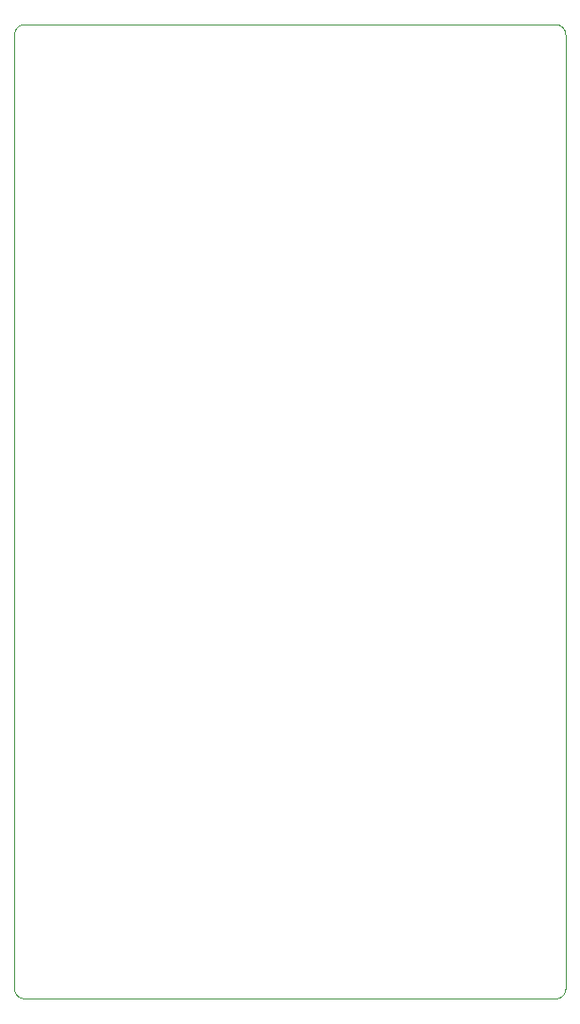
<source format=gbr>
G04 #@! TF.GenerationSoftware,KiCad,Pcbnew,(5.1.5)-3*
G04 #@! TF.CreationDate,2020-08-20T14:44:53-04:00*
G04 #@! TF.ProjectId,Ebike Board,4562696b-6520-4426-9f61-72642e6b6963,rev?*
G04 #@! TF.SameCoordinates,Original*
G04 #@! TF.FileFunction,Profile,NP*
%FSLAX46Y46*%
G04 Gerber Fmt 4.6, Leading zero omitted, Abs format (unit mm)*
G04 Created by KiCad (PCBNEW (5.1.5)-3) date 2020-08-20 14:44:53*
%MOMM*%
%LPD*%
G04 APERTURE LIST*
%ADD10C,0.120000*%
%ADD11C,0.050000*%
G04 APERTURE END LIST*
D10*
X111900000Y-157100000D02*
G75*
G02X111000000Y-156200000I0J900000D01*
G01*
X111000000Y-70600000D02*
G75*
G02X111900000Y-69700000I900000J0D01*
G01*
X159600000Y-69700000D02*
G75*
G02X160500000Y-70600000I0J-900000D01*
G01*
X160500000Y-156200000D02*
G75*
G02X159600000Y-157100000I-900000J0D01*
G01*
D11*
X111000000Y-156200000D02*
X111000000Y-70600000D01*
X159600000Y-157100000D02*
X111900000Y-157100000D01*
X160500000Y-70600000D02*
X160500000Y-156200000D01*
X111900000Y-69700000D02*
X159600000Y-69700000D01*
M02*

</source>
